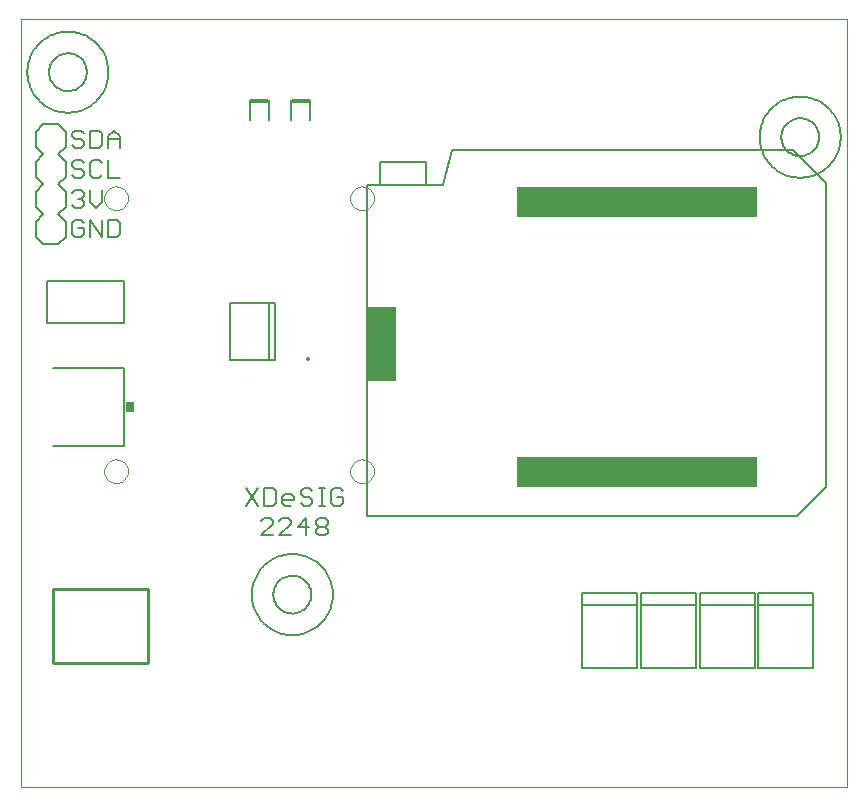
<source format=gto>
G75*
%MOIN*%
%OFA0B0*%
%FSLAX24Y24*%
%IPPOS*%
%LPD*%
%AMOC8*
5,1,8,0,0,1.08239X$1,22.5*
%
%ADD10C,0.0000*%
%ADD11C,0.0070*%
%ADD12C,0.0060*%
%ADD13C,0.0080*%
%ADD14C,0.0138*%
%ADD15R,0.0300X0.0340*%
%ADD16R,0.8000X0.1000*%
%ADD17C,0.0050*%
%ADD18R,0.1000X0.2500*%
%ADD19R,0.0620X0.0118*%
%ADD20C,0.0100*%
D10*
X000660Y001160D02*
X028219Y001160D01*
X028219Y026751D01*
X000660Y026751D01*
X000660Y001160D01*
X003445Y011677D02*
X003447Y011716D01*
X003453Y011755D01*
X003463Y011793D01*
X003476Y011830D01*
X003493Y011865D01*
X003513Y011899D01*
X003537Y011930D01*
X003564Y011959D01*
X003593Y011985D01*
X003625Y012008D01*
X003659Y012028D01*
X003695Y012044D01*
X003732Y012056D01*
X003771Y012065D01*
X003810Y012070D01*
X003849Y012071D01*
X003888Y012068D01*
X003927Y012061D01*
X003964Y012050D01*
X004001Y012036D01*
X004036Y012018D01*
X004069Y011997D01*
X004100Y011972D01*
X004128Y011945D01*
X004153Y011915D01*
X004175Y011882D01*
X004194Y011848D01*
X004209Y011812D01*
X004221Y011774D01*
X004229Y011736D01*
X004233Y011697D01*
X004233Y011657D01*
X004229Y011618D01*
X004221Y011580D01*
X004209Y011542D01*
X004194Y011506D01*
X004175Y011472D01*
X004153Y011439D01*
X004128Y011409D01*
X004100Y011382D01*
X004069Y011357D01*
X004036Y011336D01*
X004001Y011318D01*
X003964Y011304D01*
X003927Y011293D01*
X003888Y011286D01*
X003849Y011283D01*
X003810Y011284D01*
X003771Y011289D01*
X003732Y011298D01*
X003695Y011310D01*
X003659Y011326D01*
X003625Y011346D01*
X003593Y011369D01*
X003564Y011395D01*
X003537Y011424D01*
X003513Y011455D01*
X003493Y011489D01*
X003476Y011524D01*
X003463Y011561D01*
X003453Y011599D01*
X003447Y011638D01*
X003445Y011677D01*
X011645Y011677D02*
X011647Y011716D01*
X011653Y011755D01*
X011663Y011793D01*
X011676Y011830D01*
X011693Y011865D01*
X011713Y011899D01*
X011737Y011930D01*
X011764Y011959D01*
X011793Y011985D01*
X011825Y012008D01*
X011859Y012028D01*
X011895Y012044D01*
X011932Y012056D01*
X011971Y012065D01*
X012010Y012070D01*
X012049Y012071D01*
X012088Y012068D01*
X012127Y012061D01*
X012164Y012050D01*
X012201Y012036D01*
X012236Y012018D01*
X012269Y011997D01*
X012300Y011972D01*
X012328Y011945D01*
X012353Y011915D01*
X012375Y011882D01*
X012394Y011848D01*
X012409Y011812D01*
X012421Y011774D01*
X012429Y011736D01*
X012433Y011697D01*
X012433Y011657D01*
X012429Y011618D01*
X012421Y011580D01*
X012409Y011542D01*
X012394Y011506D01*
X012375Y011472D01*
X012353Y011439D01*
X012328Y011409D01*
X012300Y011382D01*
X012269Y011357D01*
X012236Y011336D01*
X012201Y011318D01*
X012164Y011304D01*
X012127Y011293D01*
X012088Y011286D01*
X012049Y011283D01*
X012010Y011284D01*
X011971Y011289D01*
X011932Y011298D01*
X011895Y011310D01*
X011859Y011326D01*
X011825Y011346D01*
X011793Y011369D01*
X011764Y011395D01*
X011737Y011424D01*
X011713Y011455D01*
X011693Y011489D01*
X011676Y011524D01*
X011663Y011561D01*
X011653Y011599D01*
X011647Y011638D01*
X011645Y011677D01*
X011645Y020777D02*
X011647Y020816D01*
X011653Y020855D01*
X011663Y020893D01*
X011676Y020930D01*
X011693Y020965D01*
X011713Y020999D01*
X011737Y021030D01*
X011764Y021059D01*
X011793Y021085D01*
X011825Y021108D01*
X011859Y021128D01*
X011895Y021144D01*
X011932Y021156D01*
X011971Y021165D01*
X012010Y021170D01*
X012049Y021171D01*
X012088Y021168D01*
X012127Y021161D01*
X012164Y021150D01*
X012201Y021136D01*
X012236Y021118D01*
X012269Y021097D01*
X012300Y021072D01*
X012328Y021045D01*
X012353Y021015D01*
X012375Y020982D01*
X012394Y020948D01*
X012409Y020912D01*
X012421Y020874D01*
X012429Y020836D01*
X012433Y020797D01*
X012433Y020757D01*
X012429Y020718D01*
X012421Y020680D01*
X012409Y020642D01*
X012394Y020606D01*
X012375Y020572D01*
X012353Y020539D01*
X012328Y020509D01*
X012300Y020482D01*
X012269Y020457D01*
X012236Y020436D01*
X012201Y020418D01*
X012164Y020404D01*
X012127Y020393D01*
X012088Y020386D01*
X012049Y020383D01*
X012010Y020384D01*
X011971Y020389D01*
X011932Y020398D01*
X011895Y020410D01*
X011859Y020426D01*
X011825Y020446D01*
X011793Y020469D01*
X011764Y020495D01*
X011737Y020524D01*
X011713Y020555D01*
X011693Y020589D01*
X011676Y020624D01*
X011663Y020661D01*
X011653Y020699D01*
X011647Y020738D01*
X011645Y020777D01*
X003445Y020777D02*
X003447Y020816D01*
X003453Y020855D01*
X003463Y020893D01*
X003476Y020930D01*
X003493Y020965D01*
X003513Y020999D01*
X003537Y021030D01*
X003564Y021059D01*
X003593Y021085D01*
X003625Y021108D01*
X003659Y021128D01*
X003695Y021144D01*
X003732Y021156D01*
X003771Y021165D01*
X003810Y021170D01*
X003849Y021171D01*
X003888Y021168D01*
X003927Y021161D01*
X003964Y021150D01*
X004001Y021136D01*
X004036Y021118D01*
X004069Y021097D01*
X004100Y021072D01*
X004128Y021045D01*
X004153Y021015D01*
X004175Y020982D01*
X004194Y020948D01*
X004209Y020912D01*
X004221Y020874D01*
X004229Y020836D01*
X004233Y020797D01*
X004233Y020757D01*
X004229Y020718D01*
X004221Y020680D01*
X004209Y020642D01*
X004194Y020606D01*
X004175Y020572D01*
X004153Y020539D01*
X004128Y020509D01*
X004100Y020482D01*
X004069Y020457D01*
X004036Y020436D01*
X004001Y020418D01*
X003964Y020404D01*
X003927Y020393D01*
X003888Y020386D01*
X003849Y020383D01*
X003810Y020384D01*
X003771Y020389D01*
X003732Y020398D01*
X003695Y020410D01*
X003659Y020426D01*
X003625Y020446D01*
X003593Y020469D01*
X003564Y020495D01*
X003537Y020524D01*
X003513Y020555D01*
X003493Y020589D01*
X003476Y020624D01*
X003463Y020661D01*
X003453Y020699D01*
X003447Y020738D01*
X003445Y020777D01*
D11*
X003372Y020661D02*
X003372Y021055D01*
X003372Y020661D02*
X003175Y020464D01*
X002978Y020661D01*
X002978Y021055D01*
X002764Y020957D02*
X002764Y020858D01*
X002665Y020760D01*
X002764Y020661D01*
X002764Y020563D01*
X002665Y020464D01*
X002469Y020464D01*
X002370Y020563D01*
X002567Y020760D02*
X002665Y020760D01*
X002764Y020957D02*
X002665Y021055D01*
X002469Y021055D01*
X002370Y020957D01*
X002469Y021454D02*
X002370Y021553D01*
X002469Y021454D02*
X002665Y021454D01*
X002764Y021553D01*
X002764Y021651D01*
X002665Y021750D01*
X002469Y021750D01*
X002370Y021848D01*
X002370Y021947D01*
X002469Y022045D01*
X002665Y022045D01*
X002764Y021947D01*
X002978Y021947D02*
X002978Y021553D01*
X003076Y021454D01*
X003273Y021454D01*
X003372Y021553D01*
X003586Y021454D02*
X003979Y021454D01*
X003586Y021454D02*
X003586Y022045D01*
X003372Y021947D02*
X003273Y022045D01*
X003076Y022045D01*
X002978Y021947D01*
X002978Y022444D02*
X003273Y022444D01*
X003372Y022543D01*
X003372Y022937D01*
X003273Y023035D01*
X002978Y023035D01*
X002978Y022444D01*
X002764Y022543D02*
X002764Y022641D01*
X002665Y022740D01*
X002469Y022740D01*
X002370Y022838D01*
X002370Y022937D01*
X002469Y023035D01*
X002665Y023035D01*
X002764Y022937D01*
X002764Y022543D02*
X002665Y022444D01*
X002469Y022444D01*
X002370Y022543D01*
X003586Y022444D02*
X003586Y022838D01*
X003782Y023035D01*
X003979Y022838D01*
X003979Y022444D01*
X003979Y022740D02*
X003586Y022740D01*
X003586Y020065D02*
X003881Y020065D01*
X003979Y019967D01*
X003979Y019573D01*
X003881Y019474D01*
X003586Y019474D01*
X003586Y020065D01*
X003372Y020065D02*
X003372Y019474D01*
X002978Y020065D01*
X002978Y019474D01*
X002764Y019573D02*
X002764Y019770D01*
X002567Y019770D01*
X002370Y019967D02*
X002370Y019573D01*
X002469Y019474D01*
X002665Y019474D01*
X002764Y019573D01*
X002764Y019967D02*
X002665Y020065D01*
X002469Y020065D01*
X002370Y019967D01*
X008169Y011118D02*
X008563Y010527D01*
X008777Y010527D02*
X009072Y010527D01*
X009170Y010626D01*
X009170Y011019D01*
X009072Y011118D01*
X008777Y011118D01*
X008777Y010527D01*
X008774Y010128D02*
X008675Y010029D01*
X008774Y010128D02*
X008971Y010128D01*
X009069Y010029D01*
X009069Y009931D01*
X008675Y009537D01*
X009069Y009537D01*
X009283Y009537D02*
X009677Y009931D01*
X009677Y010029D01*
X009578Y010128D01*
X009382Y010128D01*
X009283Y010029D01*
X009283Y009537D02*
X009677Y009537D01*
X009891Y009833D02*
X010285Y009833D01*
X010499Y009931D02*
X010499Y010029D01*
X010597Y010128D01*
X010794Y010128D01*
X010892Y010029D01*
X010892Y009931D01*
X010794Y009833D01*
X010597Y009833D01*
X010499Y009931D01*
X010597Y009833D02*
X010499Y009734D01*
X010499Y009636D01*
X010597Y009537D01*
X010794Y009537D01*
X010892Y009636D01*
X010892Y009734D01*
X010794Y009833D01*
X010186Y010128D02*
X010186Y009537D01*
X009891Y009833D02*
X010186Y010128D01*
X010091Y010527D02*
X009992Y010626D01*
X010091Y010527D02*
X010287Y010527D01*
X010386Y010626D01*
X010386Y010724D01*
X010287Y010823D01*
X010091Y010823D01*
X009992Y010921D01*
X009992Y011019D01*
X010091Y011118D01*
X010287Y011118D01*
X010386Y011019D01*
X010600Y011118D02*
X010797Y011118D01*
X010698Y011118D02*
X010698Y010527D01*
X010600Y010527D02*
X010797Y010527D01*
X011005Y010626D02*
X011103Y010527D01*
X011300Y010527D01*
X011399Y010626D01*
X011399Y010823D01*
X011202Y010823D01*
X011399Y011019D02*
X011300Y011118D01*
X011103Y011118D01*
X011005Y011019D01*
X011005Y010626D01*
X009778Y010724D02*
X009384Y010724D01*
X009384Y010626D02*
X009384Y010823D01*
X009483Y010921D01*
X009680Y010921D01*
X009778Y010823D01*
X009778Y010724D01*
X009680Y010527D02*
X009483Y010527D01*
X009384Y010626D01*
X008563Y011118D02*
X008169Y010527D01*
D12*
X008365Y007566D02*
X008367Y007639D01*
X008373Y007712D01*
X008383Y007784D01*
X008397Y007856D01*
X008414Y007927D01*
X008436Y007997D01*
X008461Y008066D01*
X008490Y008133D01*
X008522Y008198D01*
X008558Y008262D01*
X008598Y008324D01*
X008640Y008383D01*
X008686Y008440D01*
X008735Y008494D01*
X008787Y008546D01*
X008841Y008595D01*
X008898Y008641D01*
X008957Y008683D01*
X009019Y008723D01*
X009083Y008759D01*
X009148Y008791D01*
X009215Y008820D01*
X009284Y008845D01*
X009354Y008867D01*
X009425Y008884D01*
X009497Y008898D01*
X009569Y008908D01*
X009642Y008914D01*
X009715Y008916D01*
X009788Y008914D01*
X009861Y008908D01*
X009933Y008898D01*
X010005Y008884D01*
X010076Y008867D01*
X010146Y008845D01*
X010215Y008820D01*
X010282Y008791D01*
X010347Y008759D01*
X010411Y008723D01*
X010473Y008683D01*
X010532Y008641D01*
X010589Y008595D01*
X010643Y008546D01*
X010695Y008494D01*
X010744Y008440D01*
X010790Y008383D01*
X010832Y008324D01*
X010872Y008262D01*
X010908Y008198D01*
X010940Y008133D01*
X010969Y008066D01*
X010994Y007997D01*
X011016Y007927D01*
X011033Y007856D01*
X011047Y007784D01*
X011057Y007712D01*
X011063Y007639D01*
X011065Y007566D01*
X011063Y007493D01*
X011057Y007420D01*
X011047Y007348D01*
X011033Y007276D01*
X011016Y007205D01*
X010994Y007135D01*
X010969Y007066D01*
X010940Y006999D01*
X010908Y006934D01*
X010872Y006870D01*
X010832Y006808D01*
X010790Y006749D01*
X010744Y006692D01*
X010695Y006638D01*
X010643Y006586D01*
X010589Y006537D01*
X010532Y006491D01*
X010473Y006449D01*
X010411Y006409D01*
X010347Y006373D01*
X010282Y006341D01*
X010215Y006312D01*
X010146Y006287D01*
X010076Y006265D01*
X010005Y006248D01*
X009933Y006234D01*
X009861Y006224D01*
X009788Y006218D01*
X009715Y006216D01*
X009642Y006218D01*
X009569Y006224D01*
X009497Y006234D01*
X009425Y006248D01*
X009354Y006265D01*
X009284Y006287D01*
X009215Y006312D01*
X009148Y006341D01*
X009083Y006373D01*
X009019Y006409D01*
X008957Y006449D01*
X008898Y006491D01*
X008841Y006537D01*
X008787Y006586D01*
X008735Y006638D01*
X008686Y006692D01*
X008640Y006749D01*
X008598Y006808D01*
X008558Y006870D01*
X008522Y006934D01*
X008490Y006999D01*
X008461Y007066D01*
X008436Y007135D01*
X008414Y007205D01*
X008397Y007276D01*
X008383Y007348D01*
X008373Y007420D01*
X008367Y007493D01*
X008365Y007566D01*
X019377Y007636D02*
X019377Y007236D01*
X021199Y007236D01*
X021352Y007236D02*
X023175Y007236D01*
X023308Y007236D02*
X025130Y007236D01*
X025254Y007236D02*
X027076Y007236D01*
X027076Y007636D02*
X027076Y005132D01*
X025254Y005132D01*
X025254Y007236D01*
X025254Y007636D01*
X027076Y007636D01*
X025130Y007636D02*
X025130Y005132D01*
X023308Y005132D01*
X023308Y007236D01*
X023308Y007636D01*
X025130Y007636D01*
X023175Y007636D02*
X023175Y005132D01*
X021352Y005132D01*
X021352Y007236D01*
X021352Y007636D01*
X023175Y007636D01*
X021199Y007636D02*
X021199Y005132D01*
X019377Y005132D01*
X019377Y007236D01*
X019377Y007636D02*
X021199Y007636D01*
X025294Y022814D02*
X025296Y022887D01*
X025302Y022960D01*
X025312Y023032D01*
X025326Y023104D01*
X025343Y023175D01*
X025365Y023245D01*
X025390Y023314D01*
X025419Y023381D01*
X025451Y023446D01*
X025487Y023510D01*
X025527Y023572D01*
X025569Y023631D01*
X025615Y023688D01*
X025664Y023742D01*
X025716Y023794D01*
X025770Y023843D01*
X025827Y023889D01*
X025886Y023931D01*
X025948Y023971D01*
X026012Y024007D01*
X026077Y024039D01*
X026144Y024068D01*
X026213Y024093D01*
X026283Y024115D01*
X026354Y024132D01*
X026426Y024146D01*
X026498Y024156D01*
X026571Y024162D01*
X026644Y024164D01*
X026717Y024162D01*
X026790Y024156D01*
X026862Y024146D01*
X026934Y024132D01*
X027005Y024115D01*
X027075Y024093D01*
X027144Y024068D01*
X027211Y024039D01*
X027276Y024007D01*
X027340Y023971D01*
X027402Y023931D01*
X027461Y023889D01*
X027518Y023843D01*
X027572Y023794D01*
X027624Y023742D01*
X027673Y023688D01*
X027719Y023631D01*
X027761Y023572D01*
X027801Y023510D01*
X027837Y023446D01*
X027869Y023381D01*
X027898Y023314D01*
X027923Y023245D01*
X027945Y023175D01*
X027962Y023104D01*
X027976Y023032D01*
X027986Y022960D01*
X027992Y022887D01*
X027994Y022814D01*
X027992Y022741D01*
X027986Y022668D01*
X027976Y022596D01*
X027962Y022524D01*
X027945Y022453D01*
X027923Y022383D01*
X027898Y022314D01*
X027869Y022247D01*
X027837Y022182D01*
X027801Y022118D01*
X027761Y022056D01*
X027719Y021997D01*
X027673Y021940D01*
X027624Y021886D01*
X027572Y021834D01*
X027518Y021785D01*
X027461Y021739D01*
X027402Y021697D01*
X027340Y021657D01*
X027276Y021621D01*
X027211Y021589D01*
X027144Y021560D01*
X027075Y021535D01*
X027005Y021513D01*
X026934Y021496D01*
X026862Y021482D01*
X026790Y021472D01*
X026717Y021466D01*
X026644Y021464D01*
X026571Y021466D01*
X026498Y021472D01*
X026426Y021482D01*
X026354Y021496D01*
X026283Y021513D01*
X026213Y021535D01*
X026144Y021560D01*
X026077Y021589D01*
X026012Y021621D01*
X025948Y021657D01*
X025886Y021697D01*
X025827Y021739D01*
X025770Y021785D01*
X025716Y021834D01*
X025664Y021886D01*
X025615Y021940D01*
X025569Y021997D01*
X025527Y022056D01*
X025487Y022118D01*
X025451Y022182D01*
X025419Y022247D01*
X025390Y022314D01*
X025365Y022383D01*
X025343Y022453D01*
X025326Y022524D01*
X025312Y022596D01*
X025302Y022668D01*
X025296Y022741D01*
X025294Y022814D01*
X002160Y022989D02*
X002160Y022489D01*
X001910Y022239D01*
X002160Y021989D01*
X002160Y021489D01*
X001910Y021239D01*
X002160Y020989D01*
X002160Y020489D01*
X001910Y020239D01*
X002160Y019989D01*
X002160Y019489D01*
X001910Y019239D01*
X001410Y019239D01*
X001160Y019489D01*
X001160Y019989D01*
X001410Y020239D01*
X001160Y020489D01*
X001160Y020989D01*
X001410Y021239D01*
X001160Y021489D01*
X001160Y021989D01*
X001410Y022239D01*
X001160Y022489D01*
X001160Y022989D01*
X001410Y023239D01*
X001910Y023239D01*
X002160Y022989D01*
X000885Y024979D02*
X000887Y025052D01*
X000893Y025125D01*
X000903Y025197D01*
X000917Y025269D01*
X000934Y025340D01*
X000956Y025410D01*
X000981Y025479D01*
X001010Y025546D01*
X001042Y025611D01*
X001078Y025675D01*
X001118Y025737D01*
X001160Y025796D01*
X001206Y025853D01*
X001255Y025907D01*
X001307Y025959D01*
X001361Y026008D01*
X001418Y026054D01*
X001477Y026096D01*
X001539Y026136D01*
X001603Y026172D01*
X001668Y026204D01*
X001735Y026233D01*
X001804Y026258D01*
X001874Y026280D01*
X001945Y026297D01*
X002017Y026311D01*
X002089Y026321D01*
X002162Y026327D01*
X002235Y026329D01*
X002308Y026327D01*
X002381Y026321D01*
X002453Y026311D01*
X002525Y026297D01*
X002596Y026280D01*
X002666Y026258D01*
X002735Y026233D01*
X002802Y026204D01*
X002867Y026172D01*
X002931Y026136D01*
X002993Y026096D01*
X003052Y026054D01*
X003109Y026008D01*
X003163Y025959D01*
X003215Y025907D01*
X003264Y025853D01*
X003310Y025796D01*
X003352Y025737D01*
X003392Y025675D01*
X003428Y025611D01*
X003460Y025546D01*
X003489Y025479D01*
X003514Y025410D01*
X003536Y025340D01*
X003553Y025269D01*
X003567Y025197D01*
X003577Y025125D01*
X003583Y025052D01*
X003585Y024979D01*
X003583Y024906D01*
X003577Y024833D01*
X003567Y024761D01*
X003553Y024689D01*
X003536Y024618D01*
X003514Y024548D01*
X003489Y024479D01*
X003460Y024412D01*
X003428Y024347D01*
X003392Y024283D01*
X003352Y024221D01*
X003310Y024162D01*
X003264Y024105D01*
X003215Y024051D01*
X003163Y023999D01*
X003109Y023950D01*
X003052Y023904D01*
X002993Y023862D01*
X002931Y023822D01*
X002867Y023786D01*
X002802Y023754D01*
X002735Y023725D01*
X002666Y023700D01*
X002596Y023678D01*
X002525Y023661D01*
X002453Y023647D01*
X002381Y023637D01*
X002308Y023631D01*
X002235Y023629D01*
X002162Y023631D01*
X002089Y023637D01*
X002017Y023647D01*
X001945Y023661D01*
X001874Y023678D01*
X001804Y023700D01*
X001735Y023725D01*
X001668Y023754D01*
X001603Y023786D01*
X001539Y023822D01*
X001477Y023862D01*
X001418Y023904D01*
X001361Y023950D01*
X001307Y023999D01*
X001255Y024051D01*
X001206Y024105D01*
X001160Y024162D01*
X001118Y024221D01*
X001078Y024283D01*
X001042Y024347D01*
X001010Y024412D01*
X000981Y024479D01*
X000956Y024548D01*
X000934Y024618D01*
X000917Y024689D01*
X000903Y024761D01*
X000893Y024833D01*
X000887Y024906D01*
X000885Y024979D01*
D13*
X001605Y024979D02*
X001607Y025029D01*
X001613Y025079D01*
X001623Y025128D01*
X001637Y025176D01*
X001654Y025223D01*
X001675Y025268D01*
X001700Y025312D01*
X001728Y025353D01*
X001760Y025392D01*
X001794Y025429D01*
X001831Y025463D01*
X001871Y025493D01*
X001913Y025520D01*
X001957Y025544D01*
X002003Y025565D01*
X002050Y025581D01*
X002098Y025594D01*
X002148Y025603D01*
X002197Y025608D01*
X002248Y025609D01*
X002298Y025606D01*
X002347Y025599D01*
X002396Y025588D01*
X002444Y025573D01*
X002490Y025555D01*
X002535Y025533D01*
X002578Y025507D01*
X002619Y025478D01*
X002658Y025446D01*
X002694Y025411D01*
X002726Y025373D01*
X002756Y025333D01*
X002783Y025290D01*
X002806Y025246D01*
X002825Y025200D01*
X002841Y025152D01*
X002853Y025103D01*
X002861Y025054D01*
X002865Y025004D01*
X002865Y024954D01*
X002861Y024904D01*
X002853Y024855D01*
X002841Y024806D01*
X002825Y024758D01*
X002806Y024712D01*
X002783Y024668D01*
X002756Y024625D01*
X002726Y024585D01*
X002694Y024547D01*
X002658Y024512D01*
X002619Y024480D01*
X002578Y024451D01*
X002535Y024425D01*
X002490Y024403D01*
X002444Y024385D01*
X002396Y024370D01*
X002347Y024359D01*
X002298Y024352D01*
X002248Y024349D01*
X002197Y024350D01*
X002148Y024355D01*
X002098Y024364D01*
X002050Y024377D01*
X002003Y024393D01*
X001957Y024414D01*
X001913Y024438D01*
X001871Y024465D01*
X001831Y024495D01*
X001794Y024529D01*
X001760Y024566D01*
X001728Y024605D01*
X001700Y024646D01*
X001675Y024690D01*
X001654Y024735D01*
X001637Y024782D01*
X001623Y024830D01*
X001613Y024879D01*
X001607Y024929D01*
X001605Y024979D01*
X008298Y024042D02*
X008298Y023373D01*
X008928Y023373D02*
X008928Y024042D01*
X009674Y024042D02*
X009674Y023373D01*
X010304Y023373D02*
X010304Y024042D01*
X004109Y018022D02*
X001528Y018022D01*
X001528Y016622D01*
X004109Y016622D01*
X004109Y018022D01*
X004108Y015110D02*
X001748Y015109D01*
X004108Y015110D02*
X004108Y012529D01*
X001748Y012529D01*
X007627Y015384D02*
X007627Y017274D01*
X008926Y017274D01*
X008926Y015384D01*
X007627Y015384D01*
X008926Y015384D02*
X009123Y015384D01*
X009123Y017274D01*
X008926Y017274D01*
X009085Y007566D02*
X009087Y007616D01*
X009093Y007666D01*
X009103Y007715D01*
X009117Y007763D01*
X009134Y007810D01*
X009155Y007855D01*
X009180Y007899D01*
X009208Y007940D01*
X009240Y007979D01*
X009274Y008016D01*
X009311Y008050D01*
X009351Y008080D01*
X009393Y008107D01*
X009437Y008131D01*
X009483Y008152D01*
X009530Y008168D01*
X009578Y008181D01*
X009628Y008190D01*
X009677Y008195D01*
X009728Y008196D01*
X009778Y008193D01*
X009827Y008186D01*
X009876Y008175D01*
X009924Y008160D01*
X009970Y008142D01*
X010015Y008120D01*
X010058Y008094D01*
X010099Y008065D01*
X010138Y008033D01*
X010174Y007998D01*
X010206Y007960D01*
X010236Y007920D01*
X010263Y007877D01*
X010286Y007833D01*
X010305Y007787D01*
X010321Y007739D01*
X010333Y007690D01*
X010341Y007641D01*
X010345Y007591D01*
X010345Y007541D01*
X010341Y007491D01*
X010333Y007442D01*
X010321Y007393D01*
X010305Y007345D01*
X010286Y007299D01*
X010263Y007255D01*
X010236Y007212D01*
X010206Y007172D01*
X010174Y007134D01*
X010138Y007099D01*
X010099Y007067D01*
X010058Y007038D01*
X010015Y007012D01*
X009970Y006990D01*
X009924Y006972D01*
X009876Y006957D01*
X009827Y006946D01*
X009778Y006939D01*
X009728Y006936D01*
X009677Y006937D01*
X009628Y006942D01*
X009578Y006951D01*
X009530Y006964D01*
X009483Y006980D01*
X009437Y007001D01*
X009393Y007025D01*
X009351Y007052D01*
X009311Y007082D01*
X009274Y007116D01*
X009240Y007153D01*
X009208Y007192D01*
X009180Y007233D01*
X009155Y007277D01*
X009134Y007322D01*
X009117Y007369D01*
X009103Y007417D01*
X009093Y007466D01*
X009087Y007516D01*
X009085Y007566D01*
X026014Y022814D02*
X026016Y022864D01*
X026022Y022914D01*
X026032Y022963D01*
X026046Y023011D01*
X026063Y023058D01*
X026084Y023103D01*
X026109Y023147D01*
X026137Y023188D01*
X026169Y023227D01*
X026203Y023264D01*
X026240Y023298D01*
X026280Y023328D01*
X026322Y023355D01*
X026366Y023379D01*
X026412Y023400D01*
X026459Y023416D01*
X026507Y023429D01*
X026557Y023438D01*
X026606Y023443D01*
X026657Y023444D01*
X026707Y023441D01*
X026756Y023434D01*
X026805Y023423D01*
X026853Y023408D01*
X026899Y023390D01*
X026944Y023368D01*
X026987Y023342D01*
X027028Y023313D01*
X027067Y023281D01*
X027103Y023246D01*
X027135Y023208D01*
X027165Y023168D01*
X027192Y023125D01*
X027215Y023081D01*
X027234Y023035D01*
X027250Y022987D01*
X027262Y022938D01*
X027270Y022889D01*
X027274Y022839D01*
X027274Y022789D01*
X027270Y022739D01*
X027262Y022690D01*
X027250Y022641D01*
X027234Y022593D01*
X027215Y022547D01*
X027192Y022503D01*
X027165Y022460D01*
X027135Y022420D01*
X027103Y022382D01*
X027067Y022347D01*
X027028Y022315D01*
X026987Y022286D01*
X026944Y022260D01*
X026899Y022238D01*
X026853Y022220D01*
X026805Y022205D01*
X026756Y022194D01*
X026707Y022187D01*
X026657Y022184D01*
X026606Y022185D01*
X026557Y022190D01*
X026507Y022199D01*
X026459Y022212D01*
X026412Y022228D01*
X026366Y022249D01*
X026322Y022273D01*
X026280Y022300D01*
X026240Y022330D01*
X026203Y022364D01*
X026169Y022401D01*
X026137Y022440D01*
X026109Y022481D01*
X026084Y022525D01*
X026063Y022570D01*
X026046Y022617D01*
X026032Y022665D01*
X026022Y022714D01*
X026016Y022764D01*
X026014Y022814D01*
D14*
X010252Y015428D03*
D15*
X004298Y013819D03*
D16*
X021219Y011652D03*
X021219Y020652D03*
D17*
X026392Y022384D02*
X015026Y022384D01*
X014751Y021235D01*
X012191Y021235D01*
X012191Y010180D01*
X026533Y010180D01*
X027506Y011153D01*
X027506Y021270D01*
X026392Y022384D01*
X014168Y021971D02*
X014168Y021262D01*
X014168Y021223D02*
X012632Y021223D01*
X012632Y021971D01*
X014168Y021971D01*
D18*
X012660Y015910D03*
D19*
X009994Y024022D03*
X008618Y024022D03*
D20*
X004912Y007744D02*
X001723Y007744D01*
X001723Y005303D01*
X004912Y005303D01*
X004912Y007744D01*
M02*

</source>
